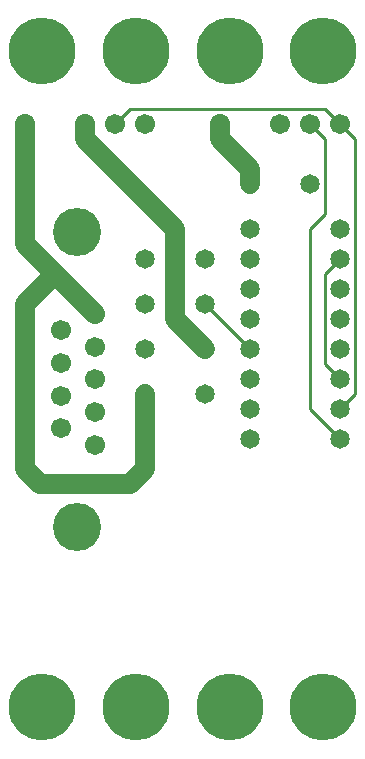
<source format=gtl>
%MOIN*%
%FSLAX25Y25*%
G04 D10 used for Character Trace; *
G04     Circle (OD=.01000) (No hole)*
G04 D11 used for Power Trace; *
G04     Circle (OD=.06700) (No hole)*
G04 D12 used for Signal Trace; *
G04     Circle (OD=.01100) (No hole)*
G04 D13 used for Via; *
G04     Circle (OD=.05800) (Round. Hole ID=.02800)*
G04 D14 used for Component hole; *
G04     Circle (OD=.06500) (Round. Hole ID=.03500)*
G04 D15 used for Component hole; *
G04     Circle (OD=.06700) (Round. Hole ID=.04300)*
G04 D16 used for Component hole; *
G04     Circle (OD=.08100) (Round. Hole ID=.05100)*
G04 D17 used for Component hole; *
G04     Circle (OD=.08900) (Round. Hole ID=.05900)*
G04 D18 used for Component hole; *
G04     Circle (OD=.11300) (Round. Hole ID=.08300)*
G04 D19 used for Component hole; *
G04     Circle (OD=.16000) (Round. Hole ID=.13000)*
G04 D20 used for Component hole; *
G04     Circle (OD=.18300) (Round. Hole ID=.15300)*
G04 D21 used for Component hole; *
G04     Circle (OD=.22291) (Round. Hole ID=.19291)*
%ADD10C,.01000*%
%ADD11C,.06700*%
%ADD12C,.01100*%
%ADD13C,.05800*%
%ADD14C,.06500*%
%ADD15C,.06700*%
%ADD16C,.08100*%
%ADD17C,.08900*%
%ADD18C,.11300*%
%ADD19C,.16000*%
%ADD20C,.18300*%
%ADD21C,.22291*%
%IPPOS*%
%LPD*%
G90*X0Y0D02*D21*X15625Y15625D03*X46875D03*D19*    
X27400Y75800D03*D21*X78125Y15625D03*D11*          
X15000Y90000D02*X45000D01*X15000D02*              
X10000Y95000D01*Y150000D01*X20000Y160000D01*      
X33100Y146800D01*D15*D03*Y135900D03*D11*          
X20000Y160000D02*X10000Y170000D01*Y210000D01*D15* 
D03*D11*X60000Y175000D02*X30000Y205000D01*        
X60000Y145000D02*Y175000D01*X70000Y135000D02*     
X60000Y145000D01*D14*X70000Y135000D03*            
X85000Y125000D03*Y135000D03*D12*X70000Y150000D01* 
D14*D03*X85000Y165000D03*Y145000D03*              
X70000Y165000D03*X85000Y155000D03*                
X50000Y165000D03*Y150000D03*Y135000D03*           
X85000Y175000D03*X50000Y120000D03*D11*Y95000D01*  
X45000Y90000D01*D15*X33100Y103200D03*             
X21800Y108700D03*X33100Y114100D03*D14*            
X70000Y120000D03*D15*X21800Y119600D03*            
X33100Y125000D03*D14*X85000Y105000D03*Y115000D03* 
D15*X21800Y130400D03*Y141300D03*D12*              
X115000Y105000D02*X105000Y115000D01*D14*          
X115000Y105000D03*D12*X105000Y115000D02*          
Y175000D01*X110000Y180000D01*Y205000D01*          
X105000Y210000D01*D15*D03*D12*X115000D02*         
X110000Y215000D01*D15*X115000Y210000D03*D12*      
X120000Y205000D01*Y120000D01*X115000Y115000D01*   
D14*D03*Y125000D03*D12*X110000Y130000D01*         
Y160000D01*X115000Y165000D01*D14*D03*Y175000D03*  
Y155000D03*Y145000D03*X105000Y190000D03*D11*      
X85000D02*Y195000D01*D14*Y190000D03*D11*          
Y195000D02*X75000Y205000D01*Y210000D01*D15*D03*   
X95000D03*D21*X78125Y234375D03*D15*               
X50000Y210000D03*D21*X46875Y234375D03*D12*        
X40000Y210000D02*X45000Y215000D01*D15*            
X40000Y210000D03*D12*X45000Y215000D02*X110000D01* 
D21*X109375Y234375D03*D15*X30000Y210000D03*D11*   
Y205000D01*D19*X27400Y174200D03*D21*              
X15625Y234375D03*D14*X115000Y135000D03*D21*       
X109375Y15625D03*M02*                             

</source>
